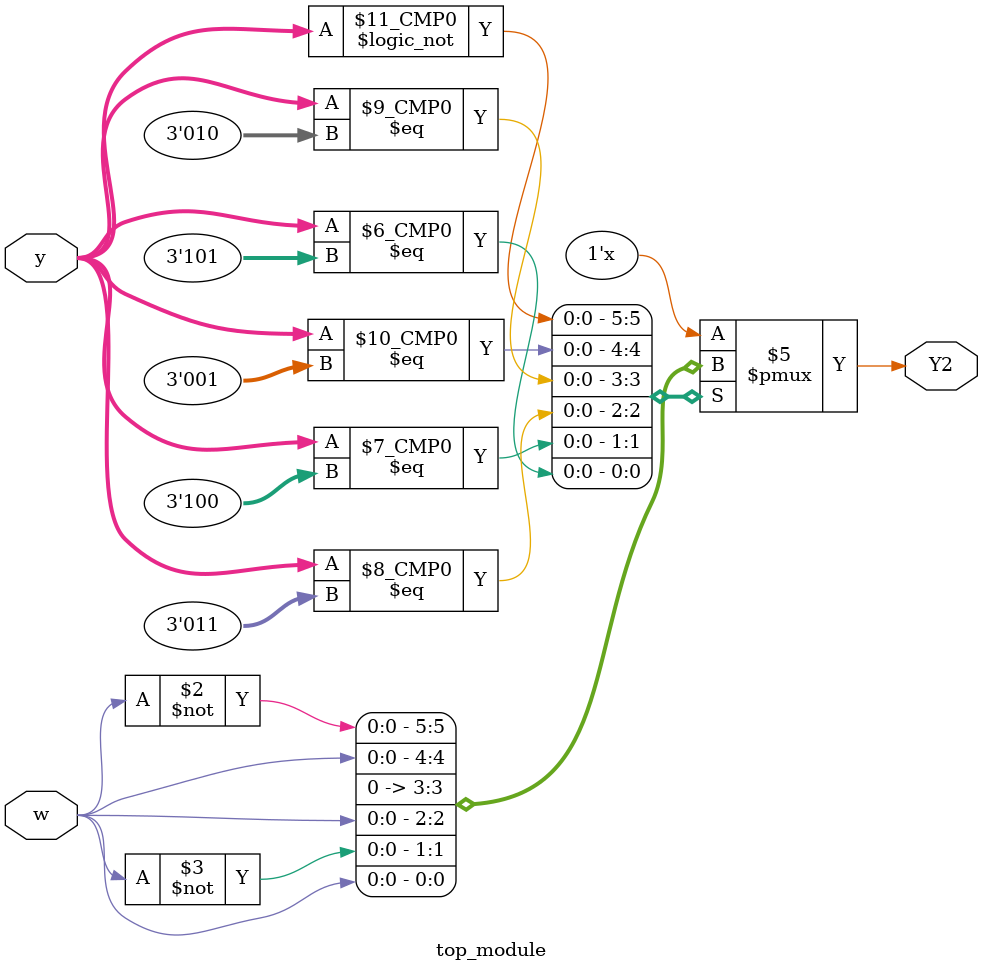
<source format=sv>
module top_module(
    input [3:1] y,
    input w,
    output reg Y2
);

always @(*) begin
    case (y)
        3'b000: Y2 = ~w;
        3'b001: Y2 = w;
        3'b010: Y2 = 1'b0;
        3'b011: Y2 = w;
        3'b100: Y2 = ~w;
        3'b101: Y2 = w;
    endcase
end

endmodule

</source>
